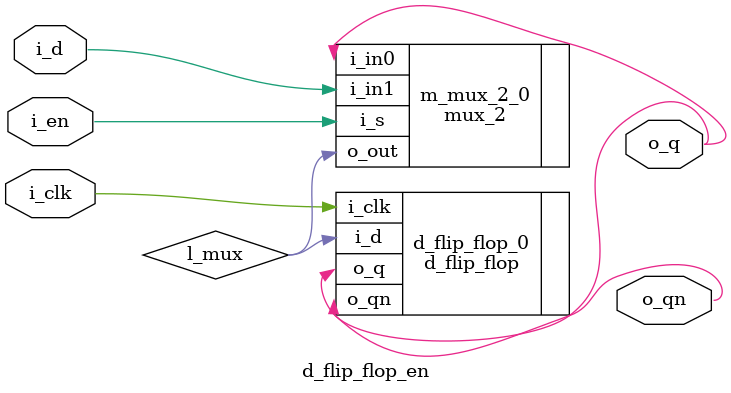
<source format=sv>
/**
rising edge d flip flop with enable signal
*/
module d_flip_flop_en(
    input logic i_clk,
    input logic i_d,
    input logic i_en,
    output logic o_q,
    output logic o_qn
);

    logic l_mux;
    mux_2 #(.N(1)) m_mux_2_0(.i_in0(o_q), .i_in1(i_d), .i_s(i_en), .o_out(l_mux));

    d_flip_flop d_flip_flop_0(.i_clk(i_clk), .i_d(l_mux), .o_q(o_q), .o_qn(o_qn));

endmodule
</source>
